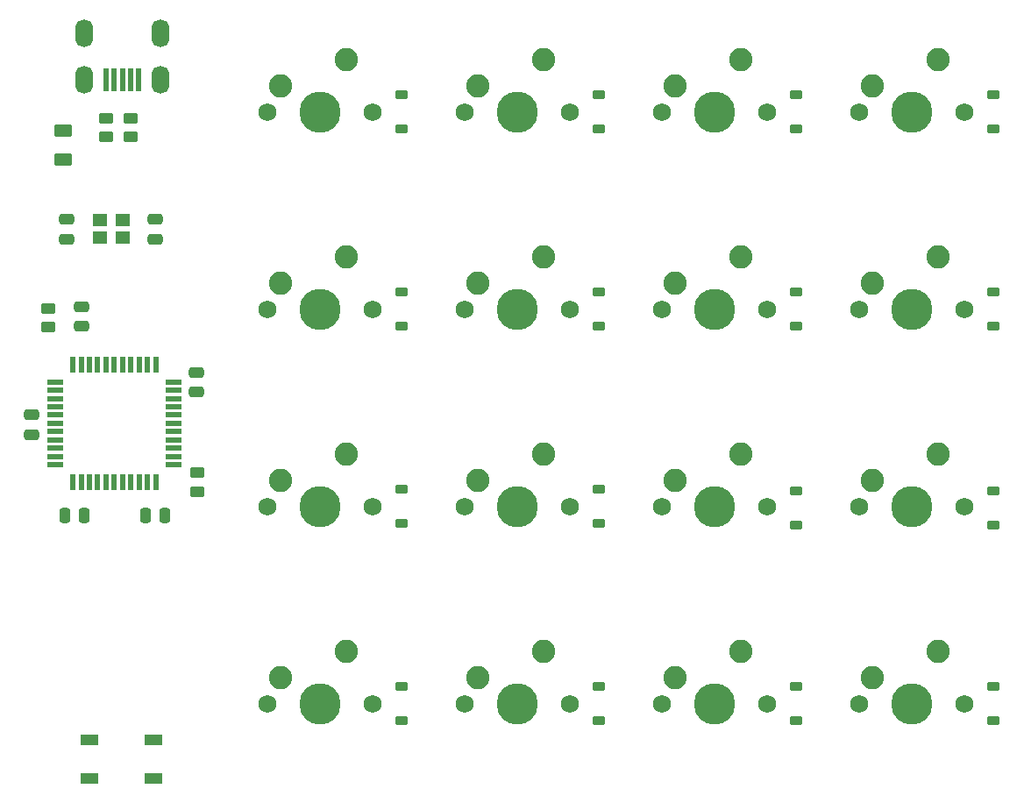
<source format=gbr>
%TF.GenerationSoftware,KiCad,Pcbnew,8.0.0*%
%TF.CreationDate,2025-01-29T17:19:00-08:00*%
%TF.ProjectId,IEEE-Macropad,49454545-2d4d-4616-9372-6f7061642e6b,rev?*%
%TF.SameCoordinates,Original*%
%TF.FileFunction,Soldermask,Bot*%
%TF.FilePolarity,Negative*%
%FSLAX46Y46*%
G04 Gerber Fmt 4.6, Leading zero omitted, Abs format (unit mm)*
G04 Created by KiCad (PCBNEW 8.0.0) date 2025-01-29 17:19:00*
%MOMM*%
%LPD*%
G01*
G04 APERTURE LIST*
G04 Aperture macros list*
%AMRoundRect*
0 Rectangle with rounded corners*
0 $1 Rounding radius*
0 $2 $3 $4 $5 $6 $7 $8 $9 X,Y pos of 4 corners*
0 Add a 4 corners polygon primitive as box body*
4,1,4,$2,$3,$4,$5,$6,$7,$8,$9,$2,$3,0*
0 Add four circle primitives for the rounded corners*
1,1,$1+$1,$2,$3*
1,1,$1+$1,$4,$5*
1,1,$1+$1,$6,$7*
1,1,$1+$1,$8,$9*
0 Add four rect primitives between the rounded corners*
20,1,$1+$1,$2,$3,$4,$5,0*
20,1,$1+$1,$4,$5,$6,$7,0*
20,1,$1+$1,$6,$7,$8,$9,0*
20,1,$1+$1,$8,$9,$2,$3,0*%
G04 Aperture macros list end*
%ADD10C,1.750000*%
%ADD11C,3.987800*%
%ADD12C,2.250000*%
%ADD13RoundRect,0.225000X0.375000X-0.225000X0.375000X0.225000X-0.375000X0.225000X-0.375000X-0.225000X0*%
%ADD14R,0.500000X2.250000*%
%ADD15O,1.700000X2.700000*%
%ADD16R,1.800000X1.100000*%
%ADD17RoundRect,0.250000X-0.450000X0.262500X-0.450000X-0.262500X0.450000X-0.262500X0.450000X0.262500X0*%
%ADD18RoundRect,0.250000X0.250000X0.475000X-0.250000X0.475000X-0.250000X-0.475000X0.250000X-0.475000X0*%
%ADD19RoundRect,0.250000X-0.250000X-0.475000X0.250000X-0.475000X0.250000X0.475000X-0.250000X0.475000X0*%
%ADD20RoundRect,0.250000X0.475000X-0.250000X0.475000X0.250000X-0.475000X0.250000X-0.475000X-0.250000X0*%
%ADD21RoundRect,0.250000X-0.475000X0.250000X-0.475000X-0.250000X0.475000X-0.250000X0.475000X0.250000X0*%
%ADD22R,1.500000X0.550000*%
%ADD23R,0.550000X1.500000*%
%ADD24R,1.400000X1.200000*%
%ADD25RoundRect,0.250000X-0.625000X0.375000X-0.625000X-0.375000X0.625000X-0.375000X0.625000X0.375000X0*%
G04 APERTURE END LIST*
D10*
%TO.C,MX6*%
X171132500Y-53181250D03*
D11*
X176212500Y-53181250D03*
D10*
X181292500Y-53181250D03*
D12*
X172402500Y-50641250D03*
X178752500Y-48101250D03*
%TD*%
D10*
%TO.C,MX11*%
X190182500Y-72231250D03*
D11*
X195262500Y-72231250D03*
D10*
X200342500Y-72231250D03*
D12*
X191452500Y-69691250D03*
X197802500Y-67151250D03*
%TD*%
D10*
%TO.C,MX16*%
X209232500Y-91281250D03*
D11*
X214312500Y-91281250D03*
D10*
X219392500Y-91281250D03*
D12*
X210502500Y-88741250D03*
X216852500Y-86201250D03*
%TD*%
D10*
%TO.C,MX8*%
X209232500Y-53181250D03*
D11*
X214312500Y-53181250D03*
D10*
X219392500Y-53181250D03*
D12*
X210502500Y-50641250D03*
X216852500Y-48101250D03*
%TD*%
D10*
%TO.C,MX4*%
X209232500Y-34131250D03*
D11*
X214312500Y-34131250D03*
D10*
X219392500Y-34131250D03*
D12*
X210502500Y-31591250D03*
X216852500Y-29051250D03*
%TD*%
D10*
%TO.C,MX3*%
X190182500Y-34131250D03*
D11*
X195262500Y-34131250D03*
D10*
X200342500Y-34131250D03*
D12*
X191452500Y-31591250D03*
X197802500Y-29051250D03*
%TD*%
D10*
%TO.C,MX5*%
X152082500Y-53181250D03*
D11*
X157162500Y-53181250D03*
D10*
X162242500Y-53181250D03*
D12*
X153352500Y-50641250D03*
X159702500Y-48101250D03*
%TD*%
D10*
%TO.C,MX1*%
X152082500Y-34131250D03*
D11*
X157162500Y-34131250D03*
D10*
X162242500Y-34131250D03*
D12*
X153352500Y-31591250D03*
X159702500Y-29051250D03*
%TD*%
D10*
%TO.C,MX12*%
X209232500Y-72231250D03*
D11*
X214312500Y-72231250D03*
D10*
X219392500Y-72231250D03*
D12*
X210502500Y-69691250D03*
X216852500Y-67151250D03*
%TD*%
D10*
%TO.C,MX15*%
X190182500Y-91281250D03*
D11*
X195262500Y-91281250D03*
D10*
X200342500Y-91281250D03*
D12*
X191452500Y-88741250D03*
X197802500Y-86201250D03*
%TD*%
D10*
%TO.C,MX2*%
X171132500Y-34131250D03*
D11*
X176212500Y-34131250D03*
D10*
X181292500Y-34131250D03*
D12*
X172402500Y-31591250D03*
X178752500Y-29051250D03*
%TD*%
D10*
%TO.C,MX9*%
X152082500Y-72231250D03*
D11*
X157162500Y-72231250D03*
D10*
X162242500Y-72231250D03*
D12*
X153352500Y-69691250D03*
X159702500Y-67151250D03*
%TD*%
D10*
%TO.C,MX7*%
X190182500Y-53181250D03*
D11*
X195262500Y-53181250D03*
D10*
X200342500Y-53181250D03*
D12*
X191452500Y-50641250D03*
X197802500Y-48101250D03*
%TD*%
D10*
%TO.C,MX10*%
X171132500Y-72231250D03*
D11*
X176212500Y-72231250D03*
D10*
X181292500Y-72231250D03*
D12*
X172402500Y-69691250D03*
X178752500Y-67151250D03*
%TD*%
D10*
%TO.C,MX14*%
X171132500Y-91281250D03*
D11*
X176212500Y-91281250D03*
D10*
X181292500Y-91281250D03*
D12*
X172402500Y-88741250D03*
X178752500Y-86201250D03*
%TD*%
D10*
%TO.C,MX13*%
X152082500Y-91281250D03*
D11*
X157162500Y-91281250D03*
D10*
X162242500Y-91281250D03*
D12*
X153352500Y-88741250D03*
X159702500Y-86201250D03*
%TD*%
D13*
%TO.C,D9*%
X165100000Y-73818750D03*
X165100000Y-70518750D03*
%TD*%
D14*
%TO.C,USB1*%
X139718750Y-30956250D03*
X138918750Y-30956250D03*
X138118750Y-30956250D03*
X137318750Y-30956250D03*
X136518750Y-30956250D03*
D15*
X141768750Y-26456250D03*
X134468750Y-26456250D03*
X141768750Y-30956250D03*
X134468750Y-30956250D03*
%TD*%
D16*
%TO.C,SW1*%
X134937500Y-98425000D03*
X141137500Y-94725000D03*
X134937500Y-94725000D03*
X141137500Y-98425000D03*
%TD*%
D13*
%TO.C,D10*%
X184150000Y-73818750D03*
X184150000Y-70518750D03*
%TD*%
%TO.C,D2*%
X184150000Y-35718750D03*
X184150000Y-32418750D03*
%TD*%
%TO.C,D13*%
X165100000Y-92868750D03*
X165100000Y-89568750D03*
%TD*%
%TO.C,D11*%
X203200000Y-73943750D03*
X203200000Y-70643750D03*
%TD*%
D17*
%TO.C,R3*%
X136525000Y-34687500D03*
X136525000Y-36512500D03*
%TD*%
D18*
%TO.C,C6*%
X142237500Y-73025000D03*
X140337500Y-73025000D03*
%TD*%
D13*
%TO.C,D5*%
X165100000Y-54768750D03*
X165100000Y-51468750D03*
%TD*%
%TO.C,D4*%
X222250000Y-35718750D03*
X222250000Y-32418750D03*
%TD*%
D17*
%TO.C,R1*%
X130968750Y-53062500D03*
X130968750Y-54887500D03*
%TD*%
D13*
%TO.C,D1*%
X165100000Y-35718750D03*
X165100000Y-32418750D03*
%TD*%
D19*
%TO.C,C7*%
X132556250Y-73025000D03*
X134456250Y-73025000D03*
%TD*%
D13*
%TO.C,D16*%
X222250000Y-92868750D03*
X222250000Y-89568750D03*
%TD*%
D20*
%TO.C,C5*%
X134143750Y-54768750D03*
X134143750Y-52868750D03*
%TD*%
D13*
%TO.C,D15*%
X203200000Y-92868750D03*
X203200000Y-89568750D03*
%TD*%
%TO.C,D14*%
X184150000Y-92868750D03*
X184150000Y-89568750D03*
%TD*%
D17*
%TO.C,R2*%
X138906250Y-34687500D03*
X138906250Y-36512500D03*
%TD*%
D21*
%TO.C,C3*%
X129381250Y-63343750D03*
X129381250Y-65243750D03*
%TD*%
D13*
%TO.C,D12*%
X222250000Y-73943750D03*
X222250000Y-70643750D03*
%TD*%
D20*
%TO.C,C2*%
X132712500Y-46350000D03*
X132712500Y-44450000D03*
%TD*%
D22*
%TO.C,U1*%
X131637500Y-68150000D03*
X131637500Y-67350000D03*
X131637500Y-66550000D03*
X131637500Y-65750000D03*
X131637500Y-64950000D03*
X131637500Y-64150000D03*
X131637500Y-63350000D03*
X131637500Y-62550000D03*
X131637500Y-61750000D03*
X131637500Y-60950000D03*
X131637500Y-60150000D03*
D23*
X133337500Y-58450000D03*
X134137500Y-58450000D03*
X134937500Y-58450000D03*
X135737500Y-58450000D03*
X136537500Y-58450000D03*
X137337500Y-58450000D03*
X138137500Y-58450000D03*
X138937500Y-58450000D03*
X139737500Y-58450000D03*
X140537500Y-58450000D03*
X141337500Y-58450000D03*
D22*
X143037500Y-60150000D03*
X143037500Y-60950000D03*
X143037500Y-61750000D03*
X143037500Y-62550000D03*
X143037500Y-63350000D03*
X143037500Y-64150000D03*
X143037500Y-64950000D03*
X143037500Y-65750000D03*
X143037500Y-66550000D03*
X143037500Y-67350000D03*
X143037500Y-68150000D03*
D23*
X141337500Y-69850000D03*
X140537500Y-69850000D03*
X139737500Y-69850000D03*
X138937500Y-69850000D03*
X138137500Y-69850000D03*
X137337500Y-69850000D03*
X136537500Y-69850000D03*
X135737500Y-69850000D03*
X134937500Y-69850000D03*
X134137500Y-69850000D03*
X133337500Y-69850000D03*
%TD*%
D13*
%TO.C,D8*%
X222250000Y-54768750D03*
X222250000Y-51468750D03*
%TD*%
D17*
%TO.C,R4*%
X145375000Y-68937500D03*
X145375000Y-70762500D03*
%TD*%
D24*
%TO.C,Y1*%
X138112500Y-46193750D03*
X135912500Y-46193750D03*
X135912500Y-44493750D03*
X138112500Y-44493750D03*
%TD*%
D25*
%TO.C,F1*%
X132368750Y-35906250D03*
X132368750Y-38706250D03*
%TD*%
D13*
%TO.C,D3*%
X203200000Y-35718750D03*
X203200000Y-32418750D03*
%TD*%
D21*
%TO.C,C1*%
X141287500Y-44450000D03*
X141287500Y-46350000D03*
%TD*%
D13*
%TO.C,D6*%
X184150000Y-54768750D03*
X184150000Y-51468750D03*
%TD*%
D20*
%TO.C,C4*%
X145256250Y-61118750D03*
X145256250Y-59218750D03*
%TD*%
D13*
%TO.C,D7*%
X203200000Y-54768750D03*
X203200000Y-51468750D03*
%TD*%
M02*

</source>
